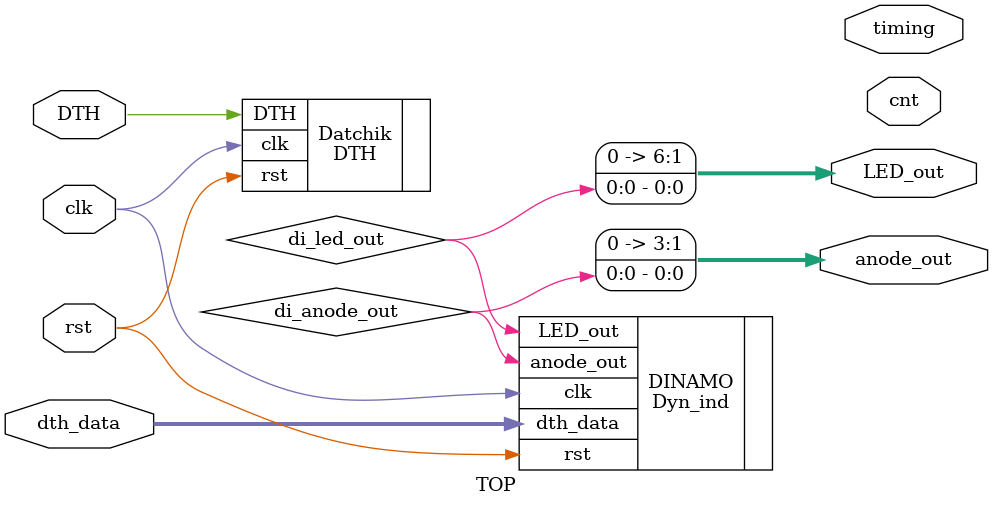
<source format=v>
`timescale 1ns / 1ps

module TOP

        /*(
            parameter       CLK_F      =       100000000,
            parameter       BAUD       =       115200
        )  */
        
        (
            input         clk,
            input         rst,
         //   input         RX_in,
            input  [39:0] dth_data,
            inout           DTH,
          //  output  wire  tx_out,
            output [3:0]  anode_out,
            output [6:0]  LED_out,
				output [5:0] cnt,
				output [20:0] timing
            
        );
    
     //   assign                         nrst = !rst;
    /*   wire         [7:0]             rx_out; 
        wire                           rx_rdy;
        wire         [31:0]            data;
        wire         [7:0]             to_tx;
        wire                           ctr;    
    
        assign                         to_tx             =        {data[22:15]}; 
            
        reg    ctr_dly_1;
        reg    ctr_dly_2;
        reg    ctr_dly_3;
    
        always @ (posedge clk) begin
            ctr_dly_1    <=    ctr;
            ctr_dly_2    <=    ctr_dly_1;
            ctr_dly_3    <=    ctr_dly_2; 
        end
    
        wire  ctr_n;
    
        assign ctr_n  =  ctr & ~ctr_dly_3;
    
    
    defparam uart_rx.CLK_FREQ     =   CLK_F;
    defparam uart_rx.BAUD_RATE    =   BAUD;
    
    UART_RX uart_rx 
        (
            .clk(clk),
            .RX_rst(nrst),
            .RX_in(RX_in),
            .RX_out(rx_out),
            .RX_rdy(rx_rdy)
        );
    
    defparam uart_tx.clk_f         =        CLK_F;
    defparam uart_tx.baund         =        BAUD;
    
    UART_TX uart_tx 
        (
            .clk(clk),
            .TX_rst(nrst),
            .TX_in(to_tx),
            .TX_ctr(ctr_n),
            .TX_out(tx_out)
        );  */
        
    DTH Datchik
        (.clk(clk),
        .rst(rst),
        .DTH(DTH)
		  );    
    
    Dyn_ind DINAMO
        (
            .clk(clk),
            .rst(rst),
            .dth_data(dth_data),
            .anode_out(di_anode_out),
            .LED_out(di_led_out)
        );   
        
   assign anode_out = di_anode_out;
   assign LED_out = di_led_out;     


endmodule

</source>
